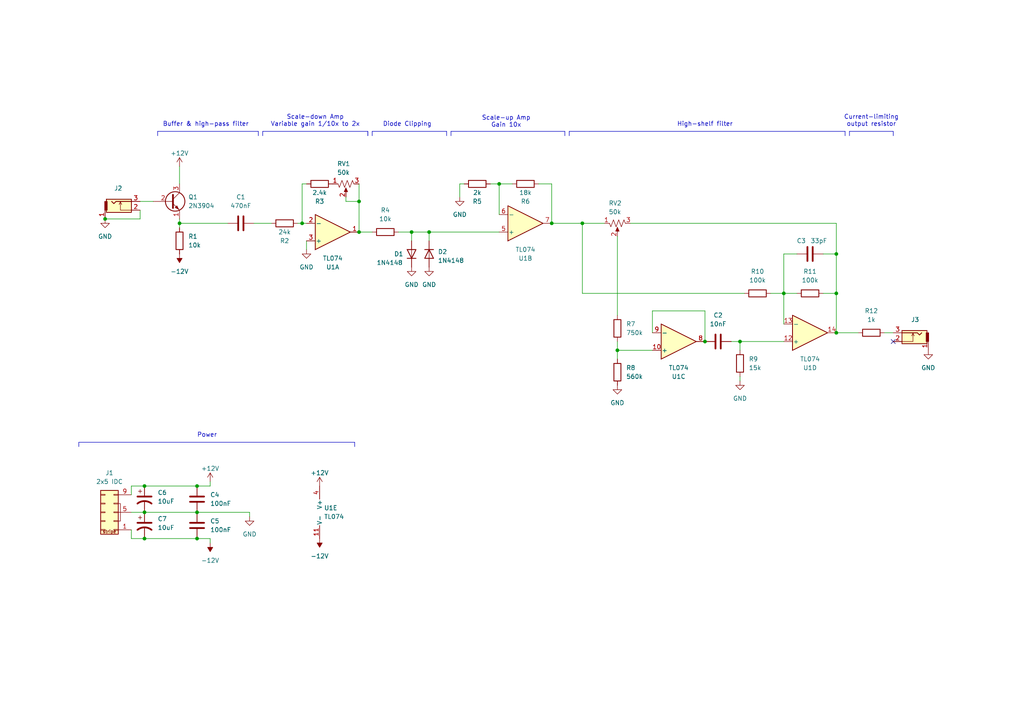
<source format=kicad_sch>
(kicad_sch (version 20231120) (generator "eeschema") (generator_version "8.0")
  (paper "A4")
  (title_block (title "Boost") (date "2024-09-14") (rev "1.1") (company "Free Modular"))
  (lib_symbols
    (symbol "Amplifier_Operational:TL074" (pin_names (offset 0.127))
      (property "Reference" "U" (at 0 5.08 0))
      (property "Value" "TL074" (at 0 -5.08 0))
      (symbol "TL074_1_1"
        (polyline (pts (xy -5.08 5.08) (xy 5.08 0) (xy -5.08 -5.08) (xy -5.08 5.08)) (stroke (width 0.254)) (fill (type background)))
        (pin output line (at 7.62 0 180) (length 2.54) (name "~") (number "1"))
        (pin input line (at -7.62 -2.54 0) (length 2.54) (name "-") (number "2"))
        (pin input line (at -7.62 2.54 0) (length 2.54) (name "+") (number "3"))
      )
      (symbol "TL074_2_1"
        (polyline (pts (xy -5.08 5.08) (xy 5.08 0) (xy -5.08 -5.08) (xy -5.08 5.08)) (stroke (width 0.254)) (fill (type background)))
        (pin input line (at -7.62 2.54 0) (length 2.54) (name "+") (number "5"))
        (pin input line (at -7.62 -2.54 0) (length 2.54) (name "-") (number "6"))
        (pin output line (at 7.62 0 180) (length 2.54) (name "~") (number "7"))
      )
      (symbol "TL074_3_1"
        (polyline (pts (xy -5.08 5.08) (xy 5.08 0) (xy -5.08 -5.08) (xy -5.08 5.08)) (stroke (width 0.254)) (fill (type background)))
        (pin input line (at -7.62 2.54 0) (length 2.54) (name "+") (number "10"))
        (pin output line (at 7.62 0 180) (length 2.54) (name "~") (number "8"))
        (pin input line (at -7.62 -2.54 0) (length 2.54) (name "-") (number "9"))
      )
      (symbol "TL074_4_1"
        (polyline (pts (xy -5.08 5.08) (xy 5.08 0) (xy -5.08 -5.08) (xy -5.08 5.08)) (stroke (width 0.254)) (fill (type background)))
        (pin input line (at -7.62 2.54 0) (length 2.54) (name "+") (number "12"))
        (pin input line (at -7.62 -2.54 0) (length 2.54) (name "-") (number "13"))
        (pin output line (at 7.62 0 180) (length 2.54) (name "~") (number "14"))
      )
      (symbol "TL074_5_1"
        (pin power_in line (at -2.54 -7.62 90) (length 3.81) (name "V-") (number "11"))
        (pin power_in line (at -2.54 7.62 270) (length 3.81) (name "V+") (number "4"))
      )
    )
    (symbol "Device:C" (pin_numbers hide) (pin_names (offset 0.254))
      (property "Reference" "C" (at 0.635 2.54 0))
      (property "Value" "C" (at 0.635 -2.54 0))
      (symbol "C_0_1"
        (polyline (pts (xy -2.032 -0.762) (xy 2.032 -0.762)) (stroke (width 0.508)))
        (polyline (pts (xy -2.032 0.762) (xy 2.032 0.762)) (stroke (width 0.508)))
      )
      (symbol "C_1_1"
        (pin passive line (at 0 3.81 270) (length 2.794) (name "~") (number "1"))
        (pin passive line (at 0 -3.81 90) (length 2.794) (name "~") (number "2"))
      )
    )
    (symbol "Device:C_Polarized_US" (pin_numbers hide) (pin_names (offset 0.254) hide)
      (property "Reference" "C" (at 0.635 2.54 0))
      (property "Value" "C_Polarized_US" (at 0.635 -2.54 0))
      (symbol "C_Polarized_US_0_1"
        (polyline (pts (xy -2.032 0.762) (xy 2.032 0.762)) (stroke (width 0.508)))
        (polyline (pts (xy -1.778 2.286) (xy -0.762 2.286)))
        (polyline (pts (xy -1.27 1.778) (xy -1.27 2.794)))
        (arc (start 2.032 -1.27) (mid 0 -0.5572) (end -2.032 -1.27) (stroke (width 0.508)))
      )
      (symbol "C_Polarized_US_1_1"
        (pin passive line (at 0 3.81 270) (length 2.794) (name "~") (number "1"))
        (pin passive line (at 0 -3.81 90) (length 3.302) (name "~") (number "2"))
      )
    )
    (symbol "Device:R" (pin_numbers hide) (pin_names (offset 0))
      (property "Reference" "R" (at 2.032 0 90))
      (property "Value" "R" (at 0 0 90))
      (symbol "R_0_1"
        (rectangle (start -1.016 -2.54) (end 1.016 2.54) (stroke (width 0.254)))
      )
      (symbol "R_1_1"
        (pin passive line (at 0 3.81 270) (length 1.27) (name "~") (number "1"))
        (pin passive line (at 0 -3.81 90) (length 1.27) (name "~") (number "2"))
      )
    )
    (symbol "Device:R_Potentiometer_US" (pin_names (offset 1.016) hide)
      (property "Reference" "RV" (at -4.445 0 90))
      (property "Value" "R_Potentiometer_US" (at -2.54 0 90))
      (symbol "R_Potentiometer_US_0_1"
        (polyline (pts (xy 0 -2.286) (xy 0 -2.54)))
        (polyline (pts (xy 0 2.54) (xy 0 2.286)))
        (polyline (pts (xy 2.54 0) (xy 1.524 0)))
        (polyline (pts (xy 1.143 0) (xy 2.286 0.508) (xy 2.286 -0.508) (xy 1.143 0)) (fill (type outline)))
        (polyline (pts (xy 0 -0.762) (xy 1.016 -1.143) (xy 0 -1.524) (xy -1.016 -1.905) (xy 0 -2.286)))
        (polyline (pts (xy 0 0.762) (xy 1.016 0.381) (xy 0 0) (xy -1.016 -0.381) (xy 0 -0.762)))
        (polyline (pts (xy 0 2.286) (xy 1.016 1.905) (xy 0 1.524) (xy -1.016 1.143) (xy 0 0.762)))
      )
      (symbol "R_Potentiometer_US_1_1"
        (pin passive line (at 0 3.81 270) (length 1.27) (name "1") (number "1"))
        (pin passive line (at 3.81 0 180) (length 1.27) (name "2") (number "2"))
        (pin passive line (at 0 -3.81 90) (length 1.27) (name "3") (number "3"))
      )
    )
    (symbol "Diode:1N4148" (pin_numbers hide) (pin_names hide)
      (property "Reference" "D" (at 0 2.54 0))
      (property "Value" "1N4148" (at 0 -2.54 0))
      (symbol "1N4148_0_1"
        (polyline (pts (xy -1.27 1.27) (xy -1.27 -1.27)) (stroke (width 0.254)))
        (polyline (pts (xy 1.27 0) (xy -1.27 0)))
        (polyline (pts (xy 1.27 1.27) (xy 1.27 -1.27) (xy -1.27 0) (xy 1.27 1.27)) (stroke (width 0.254)))
      )
      (symbol "1N4148_1_1"
        (pin passive line (at -3.81 0 0) (length 2.54) (name "K") (number "1"))
        (pin passive line (at 3.81 0 180) (length 2.54) (name "A") (number "2"))
      )
    )
    (symbol "FreeModular:Eurorack_2x5_Power" (pin_names (offset 1.016) hide)
      (property "Reference" "J7" (at -3.81 2.54 0))
      (property "Value" "Eurorack_2x5_Power" (at 5.08 -2.54 0))
      (symbol "Eurorack_2x5_Power_0_1"
        (polyline (pts (xy 2.54 -2.54) (xy 3.175 -2.54) (xy 3.175 2.54) (xy 2.54 2.54)))
      )
      (symbol "Eurorack_2x5_Power_1_1"
        (rectangle (start -2.54 -5.207) (end -1.27 -4.953) (stroke (width 0.1524)))
        (rectangle (start -2.54 -2.667) (end -1.27 -2.413) (stroke (width 0.1524)))
        (rectangle (start -2.54 -0.127) (end -1.27 0.127) (stroke (width 0.1524)))
        (rectangle (start -2.54 2.413) (end -1.27 2.667) (stroke (width 0.1524)))
        (rectangle (start -2.54 4.953) (end -1.27 5.207) (stroke (width 0.1524)))
        (rectangle (start 2.54 -6.35) (end -2.54 6.35) (stroke (width 0.254)) (fill (type background)))
        (rectangle (start 2.54 -5.207) (end 1.27 -4.953) (stroke (width 0.1524)))
        (rectangle (start 2.54 -2.667) (end 1.27 -2.413) (stroke (width 0.1524)))
        (rectangle (start 2.54 -0.127) (end 1.27 0.127) (stroke (width 0.1524)))
        (rectangle (start 2.54 2.413) (end 1.27 2.667) (stroke (width 0.1524)))
        (rectangle (start 2.54 4.953) (end 1.27 5.207) (stroke (width 0.1524)))
        (text "stripe" (at 0 -5.588 0) (effects (font (size 0.9 0.9))))
        (pin power_out line (at 6.35 -5.08 180) (length 3.81) (name "-12v") (number "1"))
        (pin passive line (at 6.35 5.08 180) (length 3.81) hide (name "+12v") (number "10"))
        (pin passive line (at 6.35 -5.08 180) (length 3.81) hide (name "-12v") (number "2"))
        (pin passive line (at 6.35 0 180) (length 3.81) hide (name "GND") (number "3"))
        (pin passive line (at 6.35 0 180) (length 3.81) hide (name "GND") (number "4"))
        (pin passive line (at 6.35 0 180) (length 3.81) (name "GND") (number "5"))
        (pin passive line (at 6.35 0 180) (length 3.81) hide (name "GND") (number "6"))
        (pin passive line (at 6.35 0 180) (length 3.81) hide (name "GND") (number "7"))
        (pin passive line (at 6.35 0 180) (length 3.81) hide (name "GND") (number "8"))
        (pin power_out line (at 6.35 5.08 180) (length 3.81) (name "+12v") (number "9"))
      )
    )
    (symbol "FreeModular:THONKICONN" (pin_names (offset 1.016))
      (property "Reference" "J" (at -1.27 4.445 0))
      (symbol "THONKICONN_0_1"
        (rectangle (start -4.699 3.175) (end 2.54 -0.635) (stroke (width 0.254)) (fill (type background)))
        (rectangle (start -4.445 0) (end -5.207 2.54) (fill (type outline)))
        (polyline (pts (xy -0.635 2.413) (xy -0.254 1.651)))
        (polyline (pts (xy 2.54 0) (xy -0.635 0) (xy -0.635 2.413) (xy -1.016 1.651)))
        (polyline (pts (xy 2.54 2.54) (xy -1.905 2.54) (xy -2.54 1.905) (xy -3.175 2.54)) (stroke (width 0.254)))
      )
      (symbol "THONKICONN_1_1"
        (pin passive line (at -5.08 -2.54 90) (length 2.54) (name "~") (number "1"))
        (pin passive line (at 5.08 0 180) (length 2.54) (name "~") (number "2"))
        (pin passive line (at 5.08 2.54 180) (length 2.54) (name "~") (number "3"))
      )
    )
    (symbol "Transistor_BJT:2N3904" (pin_names (offset 0) hide)
      (property "Reference" "Q" (at 5.08 1.905 0))
      (property "Value" "2N3904" (at 5.08 0 0))
      (symbol "2N3904_0_1"
        (polyline (pts (xy 0.635 0.635) (xy 2.54 2.54)))
        (polyline (pts (xy 0.635 -0.635) (xy 2.54 -2.54) (xy 2.54 -2.54)))
        (polyline (pts (xy 0.635 1.905) (xy 0.635 -1.905) (xy 0.635 -1.905)) (stroke (width 0.508)))
        (polyline (pts (xy 1.27 -1.778) (xy 1.778 -1.27) (xy 2.286 -2.286) (xy 1.27 -1.778) (xy 1.27 -1.778)) (fill (type outline)))
        (circle (center 1.27 0) (radius 2.8194) (stroke (width 0.254)))
      )
      (symbol "2N3904_1_1"
        (pin passive line (at 2.54 -5.08 90) (length 2.54) (name "E") (number "1"))
        (pin passive line (at -5.08 0 0) (length 5.715) (name "B") (number "2"))
        (pin passive line (at 2.54 5.08 270) (length 2.54) (name "C") (number "3"))
      )
    )
    (symbol "power:+12V" (power) (pin_names (offset 0))
      (property "Value" "+12V" (at 0 3.556 0))
      (symbol "+12V_0_1"
        (polyline (pts (xy -0.762 1.27) (xy 0 2.54)))
        (polyline (pts (xy 0 0) (xy 0 2.54)))
        (polyline (pts (xy 0 2.54) (xy 0.762 1.27)))
      )
      (symbol "+12V_1_1"
        (pin power_in line (at 0 0 90) (length 0) hide (name "+12V") (number "1"))
      )
    )
    (symbol "power:-12V" (power) (pin_names (offset 0))
      (property "Value" "-12V" (at 0 3.81 0))
      (symbol "-12V_0_0"
        (pin power_in line (at 0 0 90) (length 0) hide (name "-12V") (number "1"))
      )
      (symbol "-12V_0_1"
        (polyline (pts (xy 0 0) (xy 0 1.27) (xy 0.762 1.27) (xy 0 2.54) (xy -0.762 1.27) (xy 0 1.27)) (fill (type outline)))
      )
    )
    (symbol "power:GND" (power) (pin_names (offset 0))
      (property "Value" "GND" (at 0 -3.81 0))
      (symbol "GND_0_1"
        (polyline (pts (xy 0 0) (xy 0 -1.27) (xy 1.27 -1.27) (xy 0 -2.54) (xy -1.27 -1.27) (xy 0 -1.27)))
      )
      (symbol "GND_1_1"
        (pin power_in line (at 0 0 270) (length 0) hide (name "GND") (number "1"))
      )
    )
  )
  (junction (at 242.57 85.09))
  (junction (at 41.91 148.59))
  (junction (at 144.78 53.34))
  (junction (at 242.57 73.66))
  (junction (at 168.91 64.77))
  (junction (at 87.63 64.77))
  (junction (at 204.47 99.06))
  (junction (at 41.91 140.97))
  (junction (at 119.38 67.31))
  (junction (at 57.15 148.59))
  (junction (at 242.57 96.52))
  (junction (at 57.15 156.21))
  (junction (at 104.14 58.42))
  (junction (at 52.07 64.77))
  (junction (at 104.14 67.31))
  (junction (at 57.15 140.97))
  (junction (at 160.02 64.77))
  (junction (at 41.91 156.21))
  (junction (at 179.07 101.6))
  (junction (at 30.48 63.5))
  (junction (at 214.63 99.06))
  (junction (at 227.33 85.09))
  (junction (at 124.46 67.31))
  (no_connect (at 259.08 99.06))
  (wire (pts (xy 175.26 64.77) (xy 168.91 64.77)))
  (wire (pts (xy 40.64 58.42) (xy 44.45 58.42)))
  (wire (pts (xy 142.24 53.34) (xy 144.78 53.34)))
  (wire (pts (xy 73.66 64.77) (xy 78.74 64.77)))
  (wire (pts (xy 104.14 53.34) (xy 104.14 58.42)))
  (wire (pts (xy 119.38 67.31) (xy 124.46 67.31)))
  (polyline (pts (xy 106.68 39.37) (xy 106.68 38.1)))
  (wire (pts (xy 238.76 73.66) (xy 242.57 73.66)))
  (wire (pts (xy 88.9 64.77) (xy 87.63 64.77)))
  (wire (pts (xy 41.91 148.59) (xy 57.15 148.59)))
  (wire (pts (xy 242.57 73.66) (xy 242.57 85.09)))
  (wire (pts (xy 160.02 64.77) (xy 168.91 64.77)))
  (polyline (pts (xy 22.86 129.54) (xy 22.86 128.27)))
  (wire (pts (xy 189.23 96.52) (xy 189.23 90.17)))
  (wire (pts (xy 88.9 69.85) (xy 88.9 72.39)))
  (wire (pts (xy 160.02 64.77) (xy 160.02 53.34)))
  (wire (pts (xy 52.07 64.77) (xy 52.07 63.5)))
  (wire (pts (xy 214.63 109.22) (xy 214.63 110.49)))
  (wire (pts (xy 104.14 58.42) (xy 104.14 67.31)))
  (wire (pts (xy 179.07 104.14) (xy 179.07 101.6)))
  (wire (pts (xy 60.96 156.21) (xy 60.96 157.48)))
  (wire (pts (xy 87.63 64.77) (xy 86.36 64.77)))
  (wire (pts (xy 57.15 140.97) (xy 60.96 140.97)))
  (wire (pts (xy 52.07 64.77) (xy 52.07 66.04)))
  (polyline (pts (xy 246.38 39.37) (xy 246.38 38.1)))
  (wire (pts (xy 52.07 48.26) (xy 52.07 53.34)))
  (wire (pts (xy 72.39 149.86) (xy 72.39 148.59)))
  (wire (pts (xy 124.46 67.31) (xy 144.78 67.31)))
  (wire (pts (xy 160.02 53.34) (xy 156.21 53.34)))
  (wire (pts (xy 38.1 153.67) (xy 38.1 156.21)))
  (wire (pts (xy 119.38 69.85) (xy 119.38 67.31)))
  (wire (pts (xy 168.91 64.77) (xy 168.91 85.09)))
  (polyline (pts (xy 130.81 38.1) (xy 163.83 38.1)))
  (polyline (pts (xy 129.54 38.1) (xy 129.54 39.37)))
  (wire (pts (xy 242.57 85.09) (xy 242.57 96.52)))
  (wire (pts (xy 214.63 99.06) (xy 227.33 99.06)))
  (wire (pts (xy 60.96 140.97) (xy 60.96 139.7)))
  (wire (pts (xy 223.52 85.09) (xy 227.33 85.09)))
  (wire (pts (xy 179.07 99.06) (xy 179.07 101.6)))
  (wire (pts (xy 38.1 148.59) (xy 41.91 148.59)))
  (wire (pts (xy 41.91 156.21) (xy 57.15 156.21)))
  (wire (pts (xy 168.91 85.09) (xy 215.9 85.09)))
  (wire (pts (xy 242.57 64.77) (xy 242.57 73.66)))
  (wire (pts (xy 242.57 64.77) (xy 182.88 64.77)))
  (wire (pts (xy 38.1 156.21) (xy 41.91 156.21)))
  (wire (pts (xy 100.33 58.42) (xy 100.33 57.15)))
  (wire (pts (xy 231.14 85.09) (xy 227.33 85.09)))
  (wire (pts (xy 179.07 68.58) (xy 179.07 91.44)))
  (wire (pts (xy 133.35 53.34) (xy 134.62 53.34)))
  (polyline (pts (xy 246.38 38.1) (xy 259.08 38.1)))
  (wire (pts (xy 248.92 96.52) (xy 242.57 96.52)))
  (wire (pts (xy 227.33 85.09) (xy 227.33 93.98)))
  (wire (pts (xy 100.33 58.42) (xy 104.14 58.42)))
  (wire (pts (xy 124.46 67.31) (xy 124.46 69.85)))
  (wire (pts (xy 38.1 140.97) (xy 38.1 143.51)))
  (polyline (pts (xy 107.95 38.1) (xy 129.54 38.1)))
  (wire (pts (xy 40.64 60.96) (xy 40.64 63.5)))
  (polyline (pts (xy 74.93 38.1) (xy 74.93 39.37)))
  (wire (pts (xy 119.38 67.31) (xy 115.57 67.31)))
  (wire (pts (xy 104.14 67.31) (xy 107.95 67.31)))
  (polyline (pts (xy 106.68 39.37) (xy 106.68 38.1)))
  (polyline (pts (xy 45.72 39.37) (xy 45.72 38.1)))
  (polyline (pts (xy 76.2 38.1) (xy 106.68 38.1)))
  (wire (pts (xy 227.33 73.66) (xy 231.14 73.66)))
  (wire (pts (xy 179.07 101.6) (xy 189.23 101.6)))
  (polyline (pts (xy 245.11 38.1) (xy 245.11 39.37)))
  (wire (pts (xy 133.35 53.34) (xy 133.35 57.15)))
  (wire (pts (xy 57.15 148.59) (xy 72.39 148.59)))
  (wire (pts (xy 52.07 64.77) (xy 66.04 64.77)))
  (polyline (pts (xy 259.08 38.1) (xy 259.08 39.37)))
  (polyline (pts (xy 163.83 38.1) (xy 163.83 39.37)))
  (wire (pts (xy 38.1 140.97) (xy 41.91 140.97)))
  (polyline (pts (xy 45.72 38.1) (xy 74.93 38.1)))
  (wire (pts (xy 204.47 90.17) (xy 204.47 99.06)))
  (wire (pts (xy 144.78 53.34) (xy 148.59 53.34)))
  (wire (pts (xy 87.63 53.34) (xy 88.9 53.34)))
  (polyline (pts (xy 107.95 39.37) (xy 107.95 38.1)))
  (wire (pts (xy 189.23 90.17) (xy 204.47 90.17)))
  (wire (pts (xy 238.76 85.09) (xy 242.57 85.09)))
  (polyline (pts (xy 165.1 38.1) (xy 245.11 38.1)))
  (polyline (pts (xy 22.86 128.27) (xy 102.87 128.27)))
  (wire (pts (xy 30.48 63.5) (xy 40.64 63.5)))
  (wire (pts (xy 41.91 140.97) (xy 57.15 140.97)))
  (wire (pts (xy 227.33 85.09) (xy 227.33 73.66)))
  (wire (pts (xy 87.63 64.77) (xy 87.63 53.34)))
  (wire (pts (xy 214.63 99.06) (xy 212.09 99.06)))
  (wire (pts (xy 57.15 156.21) (xy 60.96 156.21)))
  (polyline (pts (xy 165.1 39.37) (xy 165.1 38.1)))
  (polyline (pts (xy 102.87 128.27) (xy 102.87 129.54)))
  (polyline (pts (xy 76.2 39.37) (xy 76.2 38.1)))
  (wire (pts (xy 144.78 53.34) (xy 144.78 62.23)))
  (polyline (pts (xy 130.81 38.1) (xy 130.81 39.37)))
  (wire (pts (xy 256.54 96.52) (xy 259.08 96.52)))
  (wire (pts (xy 214.63 101.6) (xy 214.63 99.06)))
  (text "Buffer & high-pass filter" (at 59.69 36.83 0) (effects (font (size 1.27 1.27)) (justify bottom)))
  (text "Current-limiting\noutput resistor" (at 252.73 36.83 0) (effects (font (size 1.27 1.27)) (justify bottom)))
  (text "Scale-up Amp\nGain 10x" (at 146.812 37.084 0) (effects (font (size 1.27 1.27)) (justify bottom)))
  (text "Diode Clipping" (at 118.11 36.83 0) (effects (font (size 1.27 1.27)) (justify bottom)))
  (text "High-shelf filter" (at 204.47 36.83 0) (effects (font (size 1.27 1.27)) (justify bottom)))
  (text "Scale-down Amp\nVariable gain 1/10x to 2x" (at 91.44 36.83 0) (effects (font (size 1.27 1.27)) (justify bottom)))
  (text "Power" (at 57.15 127 0) (effects (font (size 1.27 1.27)) (justify left bottom)))
  (symbol (lib_id "Amplifier_Operational:TL074") (at 234.95 96.52 0) (mirror x) (unit 4)
    (property "Reference" "U1" (at 234.95 106.68 0))
    (property "Value" "TL074" (at 234.95 104.14 0))
    (property "Footprint" "Package_DIP:DIP-14_W7.62mm" (effects (hide yes)))
    (property "Datasheet" "http://www.ti.com/lit/ds/symlink/tl071.pdf" (effects (hide yes)))
  )
  (symbol (lib_id "Amplifier_Operational:TL074") (at 95.25 148.59 0) (unit 5)
    (property "Reference" "U1" (at 93.98 147.3199 0) (effects (justify left)))
    (property "Value" "TL074" (at 93.98 149.8599 0) (effects (justify left)))
    (property "Footprint" "Package_DIP:DIP-14_W7.62mm" (effects (hide yes)))
    (property "Datasheet" "http://www.ti.com/lit/ds/symlink/tl071.pdf" (effects (hide yes)))
  )
  (symbol (lib_id "Device:R") (at 234.95 85.09 270) (mirror x) (unit 1)
    (property "Reference" "R11" (at 234.95 78.74 90))
    (property "Value" "100k" (at 234.95 81.28 90))
    (property "Footprint" "Resistor_THT:R_Axial_DIN0207_L6.3mm_D2.5mm_P7.62mm_Horizontal" (effects (hide yes)))
  )
  (symbol (lib_id "Device:C") (at 234.95 73.66 90) (unit 1)
    (property "Reference" "C3" (at 232.41 69.85 90))
    (property "Value" "33pF" (at 237.49 69.85 90))
    (property "Footprint" "Capacitor_THT:C_Disc_D4.7mm_W2.5mm_P5.00mm" (effects (hide yes)))
  )
  (symbol (lib_id "Device:R") (at 52.07 69.85 0) (unit 1)
    (property "Reference" "R1" (at 54.61 68.5799 0) (effects (justify left)))
    (property "Value" "10k" (at 54.61 71.1199 0) (effects (justify left)))
    (property "Footprint" "Resistor_THT:R_Axial_DIN0207_L6.3mm_D2.5mm_P7.62mm_Horizontal" (effects (hide yes)))
  )
  (symbol (lib_id "Amplifier_Operational:TL074") (at 196.85 99.06 0) (mirror x) (unit 3)
    (property "Reference" "U1" (at 196.85 109.22 0))
    (property "Value" "TL074" (at 196.85 106.68 0))
    (property "Footprint" "Package_DIP:DIP-14_W7.62mm" (effects (hide yes)))
    (property "Datasheet" "http://www.ti.com/lit/ds/symlink/tl071.pdf" (effects (hide yes)))
  )
  (symbol (lib_id "Device:C") (at 57.15 144.78 0) (unit 1)
    (property "Reference" "C4" (at 60.96 143.5099 0) (effects (justify left)))
    (property "Value" "100nF" (at 60.96 146.0499 0) (effects (justify left)))
    (property "Footprint" "Capacitor_THT:C_Disc_D4.7mm_W2.5mm_P5.00mm" (effects (hide yes)))
    (property "Description" "Unpolarized capacitor" (effects (hide yes)))
  )
  (symbol (lib_id "power:GND") (at 119.38 77.47 0) (unit 1)
    (property "Reference" "#PWR08" (effects (hide yes)))
    (property "Value" "GND" (at 119.38 82.55 0))
  )
  (symbol (lib_id "power:GND") (at 30.48 63.5 0) (unit 1)
    (property "Reference" "#PWR01" (effects (hide yes)))
    (property "Value" "GND" (at 30.48 68.58 0))
  )
  (symbol (lib_id "power:+12V") (at 52.07 48.26 0) (unit 1)
    (property "Reference" "#PWR05" (effects (hide yes)))
    (property "Value" "+12V" (at 52.07 44.45 0))
  )
  (symbol (lib_id "Device:C") (at 69.85 64.77 90) (unit 1)
    (property "Reference" "C1" (at 69.85 57.15 90))
    (property "Value" "470nF" (at 69.85 59.69 90))
    (property "Footprint" "Capacitor_THT:C_Disc_D4.7mm_W2.5mm_P5.00mm" (effects (hide yes)))
  )
  (symbol (lib_id "Device:R_Potentiometer_US") (at 179.07 64.77 90) (mirror x) (unit 1)
    (property "Reference" "RV2" (at 176.53 58.928 90) (effects (justify right)))
    (property "Value" "50k" (at 176.53 61.468 90) (effects (justify right)))
    (property "Footprint" "FreeModular:Alpha_Potentiometer_Grounded" (effects (hide yes)))
    (property "Sim.Device" "R" (effects (hide yes)))
    (property "Sim.Pins" "1=+ 2=-" (effects (hide yes)))
    (property "Sim.Params" "r=100k" (effects (hide yes)))
  )
  (symbol (lib_id "Device:R") (at 82.55 64.77 90) (mirror x) (unit 1)
    (property "Reference" "R2" (at 82.55 69.85 90))
    (property "Value" "24k" (at 82.55 67.31 90))
    (property "Footprint" "Resistor_THT:R_Axial_DIN0207_L6.3mm_D2.5mm_P7.62mm_Horizontal" (effects (hide yes)))
  )
  (symbol (lib_id "Device:R") (at 179.07 95.25 0) (unit 1)
    (property "Reference" "R7" (at 181.61 93.9799 0) (effects (justify left)))
    (property "Value" "750k" (at 181.61 96.5199 0) (effects (justify left)))
    (property "Footprint" "Resistor_THT:R_Axial_DIN0207_L6.3mm_D2.5mm_P7.62mm_Horizontal" (effects (hide yes)))
  )
  (symbol (lib_id "Device:C_Polarized_US") (at 41.91 144.78 0) (unit 1)
    (property "Reference" "C6" (at 45.72 142.8749 0) (effects (justify left)))
    (property "Value" "10uF" (at 45.72 145.4149 0) (effects (justify left)))
    (property "Footprint" "Capacitor_THT:CP_Radial_D4.0mm_P1.50mm" (effects (hide yes)))
    (property "Description" "Polarized capacitor, US symbol" (effects (hide yes)))
  )
  (symbol (lib_id "power:GND") (at 179.07 111.76 0) (unit 1)
    (property "Reference" "#PWR011" (effects (hide yes)))
    (property "Value" "GND" (at 179.07 116.84 0))
  )
  (symbol (lib_id "power:GND") (at 124.46 77.47 0) (unit 1)
    (property "Reference" "#PWR09" (effects (hide yes)))
    (property "Value" "GND" (at 124.46 82.55 0))
  )
  (symbol (lib_id "Device:R_Potentiometer_US") (at 100.33 53.34 90) (mirror x) (unit 1)
    (property "Reference" "RV1" (at 97.79 47.498 90) (effects (justify right)))
    (property "Value" "50k" (at 97.79 50.038 90) (effects (justify right)))
    (property "Footprint" "FreeModular:Alpha_Potentiometer_Grounded" (effects (hide yes)))
    (property "Sim.Device" "R" (effects (hide yes)))
    (property "Sim.Pins" "1=+ 2=-" (effects (hide yes)))
    (property "Sim.Params" "r=100k" (effects (hide yes)))
  )
  (symbol (lib_id "power:-12V") (at 52.07 73.66 180) (unit 1)
    (property "Reference" "#PWR06" (effects (hide yes)))
    (property "Value" "-12V" (at 52.07 78.74 0))
  )
  (symbol (lib_id "power:GND") (at 269.24 101.6 0) (unit 1)
    (property "Reference" "#PWR013" (effects (hide yes)))
    (property "Value" "GND" (at 269.24 106.68 0))
  )
  (symbol (lib_id "power:GND") (at 214.63 110.49 0) (unit 1)
    (property "Reference" "#PWR012" (effects (hide yes)))
    (property "Value" "GND" (at 214.63 115.57 0))
  )
  (symbol (lib_id "power:+12V") (at 60.96 139.7 0) (unit 1)
    (property "Reference" "#PWR02" (effects (hide yes)))
    (property "Value" "+12V" (at 60.96 135.89 0))
  )
  (symbol (lib_id "Transistor_BJT:2N3904") (at 49.53 58.42 0) (unit 1)
    (property "Reference" "Q1" (at 54.61 57.1499 0) (effects (justify left)))
    (property "Value" "2N3904" (at 54.61 59.6899 0) (effects (justify left)))
    (property "Footprint" "Package_TO_SOT_THT:TO-92_Inline_Wide" (effects (hide yes)))
    (property "Datasheet" "https://www.onsemi.com/pub/Collateral/2N3903-D.PDF" (effects (hide yes)))
    (property "Description" "0.2A Ic, 40V Vce, Small Signal NPN Transistor, TO-92" (effects (hide yes)))
  )
  (symbol (lib_id "Device:C_Polarized_US") (at 41.91 152.4 0) (unit 1)
    (property "Reference" "C7" (at 45.72 150.4949 0) (effects (justify left)))
    (property "Value" "10uF" (at 45.72 153.0349 0) (effects (justify left)))
    (property "Footprint" "Capacitor_THT:CP_Radial_D4.0mm_P1.50mm" (effects (hide yes)))
    (property "Description" "Polarized capacitor, US symbol" (effects (hide yes)))
  )
  (symbol (lib_id "Diode:1N4148") (at 124.46 73.66 270) (unit 1)
    (property "Reference" "D2" (at 127 73.025 90) (effects (justify left)))
    (property "Value" "1N4148" (at 127 75.565 90) (effects (justify left)))
    (property "Footprint" "Diode_THT:D_DO-35_SOD27_P7.62mm_Horizontal" (effects (hide yes)))
    (property "Datasheet" "https://assets.nexperia.com/documents/data-sheet/1N4148_1N4448.pdf" (effects (hide yes)))
    (property "Sim.Device" "D" (effects (hide yes)))
    (property "Sim.Pins" "1=K 2=A" (effects (hide yes)))
  )
  (symbol (lib_id "Device:R") (at 138.43 53.34 90) (mirror x) (unit 1)
    (property "Reference" "R5" (at 138.43 58.42 90))
    (property "Value" "2k" (at 138.43 55.88 90))
    (property "Footprint" "Resistor_THT:R_Axial_DIN0207_L6.3mm_D2.5mm_P7.62mm_Horizontal" (effects (hide yes)))
  )
  (symbol (lib_id "power:GND") (at 133.35 57.15 0) (unit 1)
    (property "Reference" "#PWR010" (effects (hide yes)))
    (property "Value" "GND" (at 133.35 62.23 0))
  )
  (symbol (lib_id "power:-12V") (at 60.96 157.48 180) (unit 1)
    (property "Reference" "#PWR04" (effects (hide yes)))
    (property "Value" "-12V" (at 60.96 162.56 0))
  )
  (symbol (lib_id "FreeModular:THONKICONN") (at 35.56 60.96 0) (unit 1) (exclude_from_sim yes)
    (property "Reference" "J2" (at 34.29 54.61 0))
    (property "Value" "THONKICONN" (effects (hide yes)))
    (property "Footprint" "FreeModular:THONKICONN" (effects (hide yes)))
  )
  (symbol (lib_id "Amplifier_Operational:TL074") (at 152.4 64.77 0) (mirror x) (unit 2)
    (property "Reference" "U1" (at 152.4 74.93 0))
    (property "Value" "TL074" (at 152.4 72.39 0))
    (property "Footprint" "Package_DIP:DIP-14_W7.62mm" (effects (hide yes)))
    (property "Datasheet" "http://www.ti.com/lit/ds/symlink/tl071.pdf" (effects (hide yes)))
  )
  (symbol (lib_id "Device:R") (at 152.4 53.34 90) (unit 1)
    (property "Reference" "R6" (at 152.4 58.42 90))
    (property "Value" "18k" (at 152.4 55.88 90))
    (property "Footprint" "Resistor_THT:R_Axial_DIN0207_L6.3mm_D2.5mm_P7.62mm_Horizontal" (effects (hide yes)))
  )
  (symbol (lib_id "Device:R") (at 92.71 53.34 90) (mirror x) (unit 1)
    (property "Reference" "R3" (at 92.71 58.42 90))
    (property "Value" "2.4k" (at 92.71 55.88 90))
    (property "Footprint" "Resistor_THT:R_Axial_DIN0207_L6.3mm_D2.5mm_P7.62mm_Horizontal" (effects (hide yes)))
  )
  (symbol (lib_id "Device:C") (at 208.28 99.06 90) (unit 1)
    (property "Reference" "C2" (at 208.28 91.44 90))
    (property "Value" "10nF" (at 208.28 93.98 90))
    (property "Footprint" "Capacitor_THT:C_Disc_D4.7mm_W2.5mm_P5.00mm" (effects (hide yes)))
  )
  (symbol (lib_id "Diode:1N4148") (at 119.38 73.66 90) (unit 1)
    (property "Reference" "D1" (at 114.3 73.66 90) (effects (justify right)))
    (property "Value" "1N4148" (at 109.22 76.2 90) (effects (justify right)))
    (property "Footprint" "Diode_THT:D_DO-35_SOD27_P7.62mm_Horizontal" (effects (hide yes)))
    (property "Datasheet" "https://assets.nexperia.com/documents/data-sheet/1N4148_1N4448.pdf" (effects (hide yes)))
    (property "Sim.Device" "D" (effects (hide yes)))
    (property "Sim.Pins" "1=K 2=A" (effects (hide yes)))
  )
  (symbol (lib_id "power:-12V") (at 92.71 156.21 180) (unit 1)
    (property "Reference" "#PWR015" (effects (hide yes)))
    (property "Value" "-12V" (at 92.71 161.29 0))
  )
  (symbol (lib_id "power:+12V") (at 92.71 140.97 0) (unit 1)
    (property "Reference" "#PWR014" (effects (hide yes)))
    (property "Value" "+12V" (at 92.71 137.16 0))
  )
  (symbol (lib_id "Device:R") (at 219.71 85.09 270) (mirror x) (unit 1)
    (property "Reference" "R10" (at 219.71 78.74 90))
    (property "Value" "100k" (at 219.71 81.28 90))
    (property "Footprint" "Resistor_THT:R_Axial_DIN0207_L6.3mm_D2.5mm_P7.62mm_Horizontal" (effects (hide yes)))
  )
  (symbol (lib_id "Amplifier_Operational:TL074") (at 96.52 67.31 0) (mirror x) (unit 1)
    (property "Reference" "U1" (at 96.52 77.47 0))
    (property "Value" "TL074" (at 96.52 74.93 0))
    (property "Footprint" "Package_DIP:DIP-14_W7.62mm" (effects (hide yes)))
    (property "Datasheet" "http://www.ti.com/lit/ds/symlink/tl071.pdf" (effects (hide yes)))
  )
  (symbol (lib_id "FreeModular:THONKICONN") (at 264.16 99.06 0) (mirror y) (unit 1) (exclude_from_sim yes)
    (property "Reference" "J3" (at 265.43 92.71 0))
    (property "Value" "THONKICONN" (effects (hide yes)))
    (property "Footprint" "FreeModular:THONKICONN" (effects (hide yes)))
  )
  (symbol (lib_id "Device:C") (at 57.15 152.4 0) (unit 1)
    (property "Reference" "C5" (at 60.96 151.1299 0) (effects (justify left)))
    (property "Value" "100nF" (at 60.96 153.6699 0) (effects (justify left)))
    (property "Footprint" "Capacitor_THT:C_Disc_D4.7mm_W2.5mm_P5.00mm" (effects (hide yes)))
    (property "Description" "Unpolarized capacitor" (effects (hide yes)))
  )
  (symbol (lib_id "Device:R") (at 214.63 105.41 0) (unit 1)
    (property "Reference" "R9" (at 217.17 104.1399 0) (effects (justify left)))
    (property "Value" "15k" (at 217.17 106.6799 0) (effects (justify left)))
    (property "Footprint" "Resistor_THT:R_Axial_DIN0207_L6.3mm_D2.5mm_P7.62mm_Horizontal" (effects (hide yes)))
  )
  (symbol (lib_id "Device:R") (at 179.07 107.95 0) (unit 1)
    (property "Reference" "R8" (at 181.61 106.6799 0) (effects (justify left)))
    (property "Value" "560k" (at 181.61 109.2199 0) (effects (justify left)))
    (property "Footprint" "Resistor_THT:R_Axial_DIN0207_L6.3mm_D2.5mm_P7.62mm_Horizontal" (effects (hide yes)))
  )
  (symbol (lib_id "power:GND") (at 88.9 72.39 0) (unit 1)
    (property "Reference" "#PWR07" (effects (hide yes)))
    (property "Value" "GND" (at 88.9 77.47 0))
  )
  (symbol (lib_id "Device:R") (at 252.73 96.52 90) (unit 1)
    (property "Reference" "R12" (at 252.73 90.17 90))
    (property "Value" "1k" (at 252.73 92.71 90))
    (property "Footprint" "Resistor_THT:R_Axial_DIN0207_L6.3mm_D2.5mm_P7.62mm_Horizontal" (effects (hide yes)))
  )
  (symbol (lib_id "Device:R") (at 111.76 67.31 90) (unit 1)
    (property "Reference" "R4" (at 111.76 60.96 90))
    (property "Value" "10k" (at 111.76 63.5 90))
    (property "Footprint" "Resistor_THT:R_Axial_DIN0207_L6.3mm_D2.5mm_P7.62mm_Horizontal" (effects (hide yes)))
  )
  (symbol (lib_id "power:GND") (at 72.39 149.86 0) (unit 1)
    (property "Reference" "#PWR03" (effects (hide yes)))
    (property "Value" "GND" (at 72.39 154.94 0))
  )
  (symbol (lib_id "FreeModular:Eurorack_2x5_Power") (at 31.75 148.59 0) (unit 1) (exclude_from_sim yes)
    (property "Reference" "J1" (at 31.75 137.16 0))
    (property "Value" "2x5 IDC" (at 31.75 139.7 0))
    (property "Footprint" "Connector_IDC:IDC-Header_2x05_P2.54mm_Vertical" (effects (hide yes)))
    (property "Description" "Generic connector, double row, 02x05, odd/even pin numbering scheme (row 1 odd numbers, row 2 even numbers)" (effects (hide yes)))
  )
)
</source>
